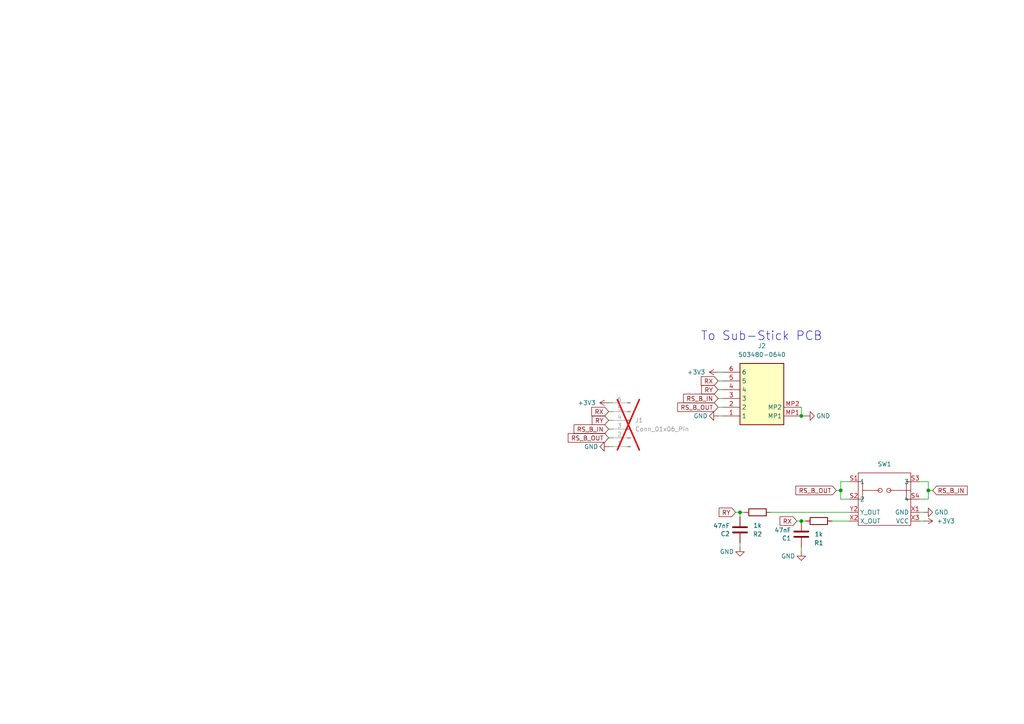
<source format=kicad_sch>
(kicad_sch (version 20231120) (generator "eeschema") (generator_version "8.0")
  (paper "A4")
  (title_block (title "Sub analog stick PCB for GC Ultimate") (date "2024-10-29") (company "Hand Held Legend, LLC") (comment 1 "Designed by Mitch Cairns"))
  (lib_symbols
    (symbol "Connector:Conn_01x06_Pin" (pin_names (offset 1.016) hide)
      (property "Reference" "J" (at 0 7.62 0))
      (property "Value" "Conn_01x06_Pin" (at 0 -10.16 0))
      (symbol "Conn_01x06_Pin_1_1"
        (polyline (pts (xy 1.27 -7.62) (xy 0.8636 -7.62)) (stroke (width 0.1524)))
        (polyline (pts (xy 1.27 -5.08) (xy 0.8636 -5.08)) (stroke (width 0.1524)))
        (polyline (pts (xy 1.27 -2.54) (xy 0.8636 -2.54)) (stroke (width 0.1524)))
        (polyline (pts (xy 1.27 0) (xy 0.8636 0)) (stroke (width 0.1524)))
        (polyline (pts (xy 1.27 2.54) (xy 0.8636 2.54)) (stroke (width 0.1524)))
        (polyline (pts (xy 1.27 5.08) (xy 0.8636 5.08)) (stroke (width 0.1524)))
        (rectangle (start 0.8636 -7.493) (end 0 -7.747) (stroke (width 0.1524)) (fill (type outline)))
        (rectangle (start 0.8636 -4.953) (end 0 -5.207) (stroke (width 0.1524)) (fill (type outline)))
        (rectangle (start 0.8636 -2.413) (end 0 -2.667) (stroke (width 0.1524)) (fill (type outline)))
        (rectangle (start 0.8636 0.127) (end 0 -0.127) (stroke (width 0.1524)) (fill (type outline)))
        (rectangle (start 0.8636 2.667) (end 0 2.413) (stroke (width 0.1524)) (fill (type outline)))
        (rectangle (start 0.8636 5.207) (end 0 4.953) (stroke (width 0.1524)) (fill (type outline)))
        (pin passive line (at 5.08 5.08 180) (length 3.81) (name "Pin_1") (number "1"))
        (pin passive line (at 5.08 2.54 180) (length 3.81) (name "Pin_2") (number "2"))
        (pin passive line (at 5.08 0 180) (length 3.81) (name "Pin_3") (number "3"))
        (pin passive line (at 5.08 -2.54 180) (length 3.81) (name "Pin_4") (number "4"))
        (pin passive line (at 5.08 -5.08 180) (length 3.81) (name "Pin_5") (number "5"))
        (pin passive line (at 5.08 -7.62 180) (length 3.81) (name "Pin_6") (number "6"))
      )
    )
    (symbol "Device:C" (pin_numbers hide) (pin_names (offset 0.254))
      (property "Reference" "C" (at 0.635 2.54 0))
      (property "Value" "C" (at 0.635 -2.54 0))
      (symbol "C_0_1"
        (polyline (pts (xy -2.032 -0.762) (xy 2.032 -0.762)) (stroke (width 0.508)))
        (polyline (pts (xy -2.032 0.762) (xy 2.032 0.762)) (stroke (width 0.508)))
      )
      (symbol "C_1_1"
        (pin passive line (at 0 3.81 270) (length 2.794) (name "~") (number "1"))
        (pin passive line (at 0 -3.81 90) (length 2.794) (name "~") (number "2"))
      )
    )
    (symbol "Device:R" (pin_numbers hide) (pin_names (offset 0))
      (property "Reference" "R" (at 2.032 0 90))
      (property "Value" "R" (at 0 0 90))
      (symbol "R_0_1"
        (rectangle (start -1.016 -2.54) (end 1.016 2.54) (stroke (width 0.254)))
      )
      (symbol "R_1_1"
        (pin passive line (at 0 3.81 270) (length 1.27) (name "~") (number "1"))
        (pin passive line (at 0 -3.81 90) (length 1.27) (name "~") (number "2"))
      )
    )
    (symbol "hhl:503480-0640"
      (property "Reference" "J" (at 19.05 7.62 0))
      (property "Value" "503480-0640" (at 19.05 5.08 0))
      (symbol "503480-0640_1_1"
        (rectangle (start 5.08 2.54) (end 17.78 -15.24) (stroke (width 0.254)) (fill (type background)))
        (pin passive line (at 22.86 0 180) (length 5.08) (name "1") (number "1"))
        (pin passive line (at 22.86 -2.54 180) (length 5.08) (name "2") (number "2"))
        (pin passive line (at 22.86 -5.08 180) (length 5.08) (name "3") (number "3"))
        (pin passive line (at 22.86 -7.62 180) (length 5.08) (name "4") (number "4"))
        (pin passive line (at 22.86 -10.16 180) (length 5.08) (name "5") (number "5"))
        (pin passive line (at 22.86 -12.7 180) (length 5.08) (name "6") (number "6"))
        (pin passive line (at 0 0 0) (length 5.08) (name "MP1") (number "MP1"))
        (pin passive line (at 0 -2.54 0) (length 5.08) (name "MP2") (number "MP2"))
      )
    )
    (symbol "hhl:GL1807SYAE-002"
      (property "Reference" "SW" (at 0 6.35 0))
      (symbol "GL1807SYAE-002_0_1"
        (rectangle (start -7.62 5.08) (end 7.62 -10.16))
        (circle (center -1.27 0) (radius 0.6087))
        (polyline (pts (xy -6.35 0) (xy -1.27 0)))
        (polyline (pts (xy 1.27 0) (xy 7.62 0)))
        (polyline (pts (xy -7.62 2.54) (xy -6.35 2.54) (xy -6.35 0) (xy -6.35 -2.54) (xy -7.62 -2.54)))
        (polyline (pts (xy 7.62 2.54) (xy 6.35 2.54) (xy 6.35 0) (xy 6.35 -2.54) (xy 7.62 -2.54)))
        (circle (center 1.27 0) (radius 0.6087))
      )
      (symbol "GL1807SYAE-002_1_1"
        (pin input line (at -10.16 2.54 0) (length 2.54) (name "1") (number "S1"))
        (pin input line (at -10.16 -2.54 0) (length 2.54) (name "2") (number "S2"))
        (pin input line (at 10.16 2.54 180) (length 2.54) (name "3") (number "S3"))
        (pin input line (at 10.16 -2.54 180) (length 2.54) (name "4") (number "S4"))
        (pin input line (at 10.16 -6.35 180) (length 2.54) (name "GND") (number "X1"))
        (pin input line (at -10.16 -8.89 0) (length 2.54) (name "X_OUT") (number "X2"))
        (pin input line (at 10.16 -8.89 180) (length 2.54) (name "VCC") (number "X3"))
        (pin input line (at 10.16 -6.35 180) (length 2.54) hide (name "GND") (number "Y1"))
        (pin input line (at -10.16 -6.35 0) (length 2.54) (name "Y_OUT") (number "Y2"))
        (pin input line (at 10.16 -8.89 180) (length 2.54) hide (name "VCC") (number "Y3"))
      )
    )
    (symbol "power:+3V3" (power) (pin_numbers hide) (pin_names (offset 0) hide)
      (property "Value" "+3V3" (at 0 3.556 0))
      (symbol "+3V3_0_1"
        (polyline (pts (xy -0.762 1.27) (xy 0 2.54)))
        (polyline (pts (xy 0 0) (xy 0 2.54)))
        (polyline (pts (xy 0 2.54) (xy 0.762 1.27)))
      )
      (symbol "+3V3_1_1"
        (pin power_in line (at 0 0 90) (length 0) (name "~") (number "1"))
      )
    )
    (symbol "power:GND" (power) (pin_numbers hide) (pin_names (offset 0) hide)
      (property "Value" "GND" (at 0 -3.81 0))
      (symbol "GND_0_1"
        (polyline (pts (xy 0 0) (xy 0 -1.27) (xy 1.27 -1.27) (xy 0 -2.54) (xy -1.27 -1.27) (xy 0 -1.27)))
      )
      (symbol "GND_1_1"
        (pin power_in line (at 0 0 270) (length 0) (name "~") (number "1"))
      )
    )
  )
  (junction (at 269.24 142.24))
  (junction (at 214.63 148.59))
  (junction (at 232.41 120.65))
  (junction (at 243.84 142.24))
  (junction (at 232.41 151.13))
  (wire (pts (xy 208.28 107.95) (xy 209.55 107.95)))
  (wire (pts (xy 215.9 148.59) (xy 214.63 148.59)))
  (wire (pts (xy 208.28 120.65) (xy 209.55 120.65)))
  (wire (pts (xy 243.84 139.7) (xy 243.84 142.24)))
  (wire (pts (xy 269.24 139.7) (xy 269.24 142.24)))
  (wire (pts (xy 214.63 148.59) (xy 213.36 148.59)))
  (wire (pts (xy 176.53 119.38) (xy 177.8 119.38)))
  (wire (pts (xy 232.41 151.13) (xy 231.14 151.13)))
  (wire (pts (xy 176.53 116.84) (xy 177.8 116.84)))
  (wire (pts (xy 242.57 142.24) (xy 243.84 142.24)))
  (wire (pts (xy 266.7 139.7) (xy 269.24 139.7)))
  (wire (pts (xy 243.84 139.7) (xy 246.38 139.7)))
  (wire (pts (xy 176.53 124.46) (xy 177.8 124.46)))
  (wire (pts (xy 243.84 142.24) (xy 243.84 144.78)))
  (wire (pts (xy 223.52 148.59) (xy 246.38 148.59)))
  (wire (pts (xy 208.28 118.11) (xy 209.55 118.11)))
  (wire (pts (xy 176.53 129.54) (xy 177.8 129.54)))
  (wire (pts (xy 208.28 110.49) (xy 209.55 110.49)))
  (wire (pts (xy 269.24 142.24) (xy 269.24 144.78)))
  (wire (pts (xy 241.3 151.13) (xy 246.38 151.13)))
  (wire (pts (xy 266.7 148.59) (xy 267.97 148.59)))
  (wire (pts (xy 176.53 121.92) (xy 177.8 121.92)))
  (wire (pts (xy 214.63 149.86) (xy 214.63 148.59)))
  (wire (pts (xy 214.63 157.48) (xy 214.63 158.75)))
  (wire (pts (xy 266.7 144.78) (xy 269.24 144.78)))
  (wire (pts (xy 208.28 113.03) (xy 209.55 113.03)))
  (wire (pts (xy 208.28 115.57) (xy 209.55 115.57)))
  (wire (pts (xy 232.41 120.65) (xy 233.68 120.65)))
  (wire (pts (xy 270.51 142.24) (xy 269.24 142.24)))
  (wire (pts (xy 246.38 144.78) (xy 243.84 144.78)))
  (wire (pts (xy 176.53 127) (xy 177.8 127)))
  (wire (pts (xy 266.7 151.13) (xy 267.97 151.13)))
  (wire (pts (xy 232.41 118.11) (xy 232.41 120.65)))
  (wire (pts (xy 233.68 151.13) (xy 232.41 151.13)))
  (wire (pts (xy 232.41 160.02) (xy 232.41 158.75)))
  (text "To Sub-Stick PCB" (at 203.2 99.06 0) (effects (font (size 2.54 2.54)) (justify left bottom)))
  (global_label "RX" (shape input) (at 208.28 110.49 180) (property "Intersheetrefs" "${INTERSHEET_REFS}" (effects (hide yes))))
  (global_label "RX" (shape input) (at 231.14 151.13 180) (property "Intersheetrefs" "${INTERSHEET_REFS}" (effects (hide yes))))
  (global_label "RX" (shape input) (at 176.53 119.38 180) (property "Intersheetrefs" "${INTERSHEET_REFS}" (effects (hide yes))))
  (global_label "RS_B_IN" (shape input) (at 270.51 142.24 0) (property "Intersheetrefs" "${INTERSHEET_REFS}" (effects (hide yes))))
  (global_label "RS_B_OUT" (shape input) (at 176.53 127 180) (property "Intersheetrefs" "${INTERSHEET_REFS}" (effects (hide yes))))
  (global_label "RS_B_IN" (shape input) (at 208.28 115.57 180) (property "Intersheetrefs" "${INTERSHEET_REFS}" (effects (hide yes))))
  (global_label "RY" (shape input) (at 176.53 121.92 180) (property "Intersheetrefs" "${INTERSHEET_REFS}" (effects (hide yes))))
  (global_label "RY" (shape input) (at 208.28 113.03 180) (property "Intersheetrefs" "${INTERSHEET_REFS}" (effects (hide yes))))
  (global_label "RS_B_OUT" (shape input) (at 208.28 118.11 180) (property "Intersheetrefs" "${INTERSHEET_REFS}" (effects (hide yes))))
  (global_label "RS_B_IN" (shape input) (at 176.53 124.46 180) (property "Intersheetrefs" "${INTERSHEET_REFS}" (effects (hide yes))))
  (global_label "RS_B_OUT" (shape input) (at 242.57 142.24 180) (property "Intersheetrefs" "${INTERSHEET_REFS}" (effects (hide yes))))
  (global_label "RY" (shape input) (at 213.36 148.59 180) (property "Intersheetrefs" "${INTERSHEET_REFS}" (effects (hide yes))))
  (symbol (lib_id "power:+3V3") (at 267.97 151.13 270) (unit 1)
    (property "Reference" "#PWR06" (effects (hide yes)))
    (property "Value" "+3V3" (at 274.32 151.13 90))
    (property "Description" "Power symbol creates a global label with name \"+3V3\"" (effects (hide yes)))
  )
  (symbol (lib_id "hhl:GL1807SYAE-002") (at 256.54 142.24 0) (unit 1)
    (property "Reference" "SW1" (at 256.54 134.62 0))
    (property "Value" "GL18_SW" (effects (hide yes)))
    (property "Footprint" "hhl:GL1807SYAE" (effects (hide yes)))
    (property "Datasheet" "${KIPRJMOD}/../progcc_v3_libs/docs/GuliKit Hall stick GL18,hall sensor datasheet.pdf" (effects (hide yes)))
    (property "Description" "TMR Analog Stick with button" (effects (hide yes)))
    (property "MPN" "GL1807SYAE-002" (effects (hide yes)))
    (property "Price" "1.9" (effects (hide yes)))
    (property "LCSC" "-" (effects (hide yes)))
    (property "Link" "-" (effects (hide yes)))
    (property "Package" "-" (effects (hide yes)))
  )
  (symbol (lib_id "hhl:503480-0640") (at 232.41 120.65 180) (unit 1)
    (property "Reference" "J2" (at 220.98 100.33 0))
    (property "Value" "503480-0640" (at 220.98 102.87 0))
    (property "Footprint" "hhl:5034800640" (effects (hide yes)))
    (property "Datasheet" "https://www.molex.com/pdm_docs/sd/5034800640_sd.pdf" (effects (hide yes)))
    (property "Description" "Connector FFC/FPC Connector Socket 6 Position 0.5mm Solder Right Angle Surface Mount Emboss T/R" (effects (hide yes)))
    (property "MPN" "5034800640" (effects (hide yes)))
    (property "Price" "0.48" (effects (hide yes)))
    (property "LCSC" "C3168077" (effects (hide yes)))
    (property "Link" "https://www.lcsc.com/product-detail/FFC-FPC-Flat-Flexible-Connector-Assemblies_MOLEX-5034800640_C3168077.html" (effects (hide yes)))
    (property "Package" "SMD,P=0.5mm,Surface Mount，Right Angle" (effects (hide yes)))
  )
  (symbol (lib_id "power:GND") (at 214.63 158.75 0) (unit 1)
    (property "Reference" "#PWR04" (effects (hide yes)))
    (property "Value" "GND" (at 210.82 160.02 0))
    (property "Description" "Power symbol creates a global label with name \"GND\" , ground" (effects (hide yes)))
  )
  (symbol (lib_id "Device:C") (at 232.41 154.94 180) (unit 1)
    (property "Reference" "C1" (at 229.489 156.1084 0) (effects (justify left)))
    (property "Value" "47nF" (at 229.489 153.797 0) (effects (justify left)))
    (property "Footprint" "Capacitor_SMD:C_0603_1608Metric" (effects (hide yes)))
    (property "Description" " 50V 47nF X7R ±5%" (effects (hide yes)))
    (property "LCSC" "C519554" (effects (hide yes)))
    (property "MPN" "CC0603JRX7R9BB473" (effects (hide yes)))
    (property "Price" "0.0026" (effects (hide yes)))
    (property "Link" "https://www.lcsc.com/product-detail/Multilayer-Ceramic-Capacitors-MLCC-SMD-SMT_YAGEO-CC0603JRX7R9BB473_C519554.html" (effects (hide yes)))
    (property "Package" "0603" (effects (hide yes)))
  )
  (symbol (lib_id "Device:R") (at 219.71 148.59 270) (unit 1)
    (property "Reference" "R2" (at 219.71 154.94 90))
    (property "Value" "1k" (at 219.71 152.4 90))
    (property "Footprint" "Resistor_SMD:R_0201_0603Metric" (effects (hide yes)))
    (property "Description" " 50mW Thick Film Resistors 25V ±1% ±200ppm/℃ 1kΩ" (effects (hide yes)))
    (property "LCSC" "C138165" (effects (hide yes)))
    (property "MPN" "RC0201FR-071KL " (effects (hide yes)))
    (property "Price" "0.0006" (effects (hide yes)))
    (property "Link" "https://www.lcsc.com/product-detail/Chip-Resistor-Surface-Mount_YAGEO-RC0201FR-071KL_C138165.html" (effects (hide yes)))
    (property "Package" "0201" (effects (hide yes)))
  )
  (symbol (lib_id "power:+3V3") (at 176.53 116.84 90) (unit 1)
    (property "Reference" "#PWR09" (effects (hide yes)))
    (property "Value" "+3V3" (at 170.18 116.84 90))
    (property "Description" "Power symbol creates a global label with name \"+3V3\"" (effects (hide yes)))
  )
  (symbol (lib_id "power:GND") (at 232.41 160.02 0) (unit 1)
    (property "Reference" "#PWR03" (effects (hide yes)))
    (property "Value" "GND" (at 228.6 161.29 0))
    (property "Description" "Power symbol creates a global label with name \"GND\" , ground" (effects (hide yes)))
  )
  (symbol (lib_id "power:+3V3") (at 208.28 107.95 90) (unit 1)
    (property "Reference" "#PWR07" (effects (hide yes)))
    (property "Value" "+3V3" (at 201.93 107.95 90))
    (property "Description" "Power symbol creates a global label with name \"+3V3\"" (effects (hide yes)))
  )
  (symbol (lib_id "Device:C") (at 214.63 153.67 180) (unit 1)
    (property "Reference" "C2" (at 211.709 154.8384 0) (effects (justify left)))
    (property "Value" "47nF" (at 211.709 152.527 0) (effects (justify left)))
    (property "Footprint" "Capacitor_SMD:C_0603_1608Metric" (effects (hide yes)))
    (property "Description" " 50V 47nF X7R ±5%" (effects (hide yes)))
    (property "LCSC" "C519554" (effects (hide yes)))
    (property "MPN" "CC0603JRX7R9BB473" (effects (hide yes)))
    (property "Price" "0.0026" (effects (hide yes)))
    (property "Link" "https://www.lcsc.com/product-detail/Multilayer-Ceramic-Capacitors-MLCC-SMD-SMT_YAGEO-CC0603JRX7R9BB473_C519554.html" (effects (hide yes)))
    (property "Package" "0603" (effects (hide yes)))
  )
  (symbol (lib_id "power:GND") (at 176.53 129.54 270) (unit 1)
    (property "Reference" "#PWR010" (effects (hide yes)))
    (property "Value" "GND" (at 171.45 129.54 90))
    (property "Description" "Power symbol creates a global label with name \"GND\" , ground" (effects (hide yes)))
  )
  (symbol (lib_id "power:GND") (at 233.68 120.65 90) (unit 1)
    (property "Reference" "#PWR011" (effects (hide yes)))
    (property "Value" "GND" (at 238.76 120.65 90))
    (property "Description" "Power symbol creates a global label with name \"GND\" , ground" (effects (hide yes)))
  )
  (symbol (lib_id "Device:R") (at 237.49 151.13 270) (unit 1)
    (property "Reference" "R1" (at 237.49 157.48 90))
    (property "Value" "1k" (at 237.49 154.94 90))
    (property "Footprint" "Resistor_SMD:R_0201_0603Metric" (effects (hide yes)))
    (property "Description" " 50mW Thick Film Resistors 25V ±1% ±200ppm/℃ 1kΩ" (effects (hide yes)))
    (property "LCSC" "C138165" (effects (hide yes)))
    (property "MPN" "RC0201FR-071KL " (effects (hide yes)))
    (property "Price" "0.0006" (effects (hide yes)))
    (property "Link" "https://www.lcsc.com/product-detail/Chip-Resistor-Surface-Mount_YAGEO-RC0201FR-071KL_C138165.html" (effects (hide yes)))
    (property "Package" "0201" (effects (hide yes)))
  )
  (symbol (lib_id "Connector:Conn_01x06_Pin") (at 182.88 124.46 180) (unit 1) (exclude_from_sim yes) (in_bom no) (dnp yes)
    (property "Reference" "J1" (at 184.15 121.92 0) (effects (justify right)))
    (property "Value" "Conn_01x06_Pin" (at 184.15 124.46 0) (effects (justify right)))
    (property "Footprint" "Connector_PinHeader_2.00mm:PinHeader_1x06_P2.00mm_Vertical" (effects (hide yes)))
    (property "Description" "Generic connector, single row, 01x06, script generated" (effects (hide yes)))
    (property "MPN" "N/A" (effects (hide yes)))
    (property "LCSC" "-" (effects (hide yes)))
    (property "Link" "-" (effects (hide yes)))
    (property "Package" "-" (effects (hide yes)))
  )
  (symbol (lib_id "power:GND") (at 208.28 120.65 270) (unit 1)
    (property "Reference" "#PWR08" (effects (hide yes)))
    (property "Value" "GND" (at 203.2 120.65 90))
    (property "Description" "Power symbol creates a global label with name \"GND\" , ground" (effects (hide yes)))
  )
  (symbol (lib_id "power:GND") (at 267.97 148.59 90) (unit 1)
    (property "Reference" "#PWR01" (effects (hide yes)))
    (property "Value" "GND" (at 273.05 148.59 90))
    (property "Description" "Power symbol creates a global label with name \"GND\" , ground" (effects (hide yes)))
  )
)
</source>
